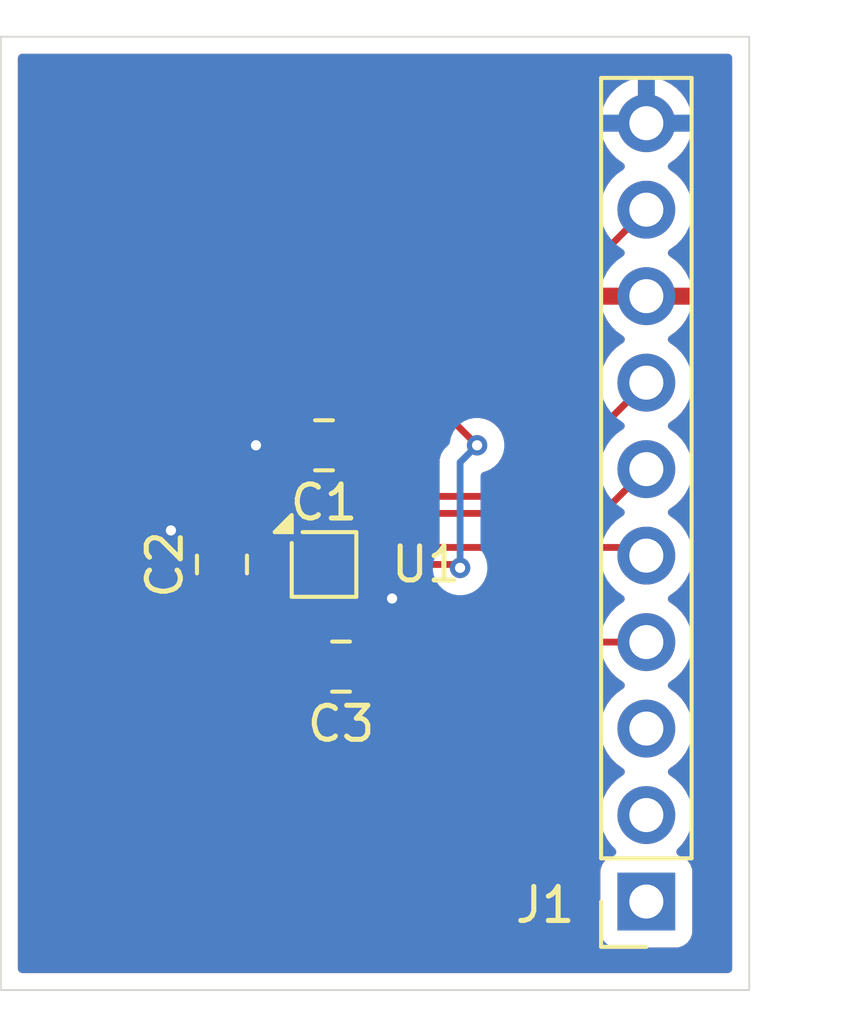
<source format=kicad_pcb>
(kicad_pcb (version 20241229) (generator "pcbnew") (generator_version "9.0")
  (layers (0 "F.Cu" signal) (2 "B.Cu" signal) (13 "F.Paste" user) (15 "B.Paste" user) (5 "F.SilkS" user "F.Silkscreen") (7 "B.SilkS" user "B.Silkscreen") (1 "F.Mask" user) (3 "B.Mask" user) (25 "Edge.Cuts" user))
  (net 0 "")
  (net 1 "GND")
  (net 2 "VDDIO")
  (net 3 "VDD")
  (net 4 "Net-(J1-Pin_4)")
  (net 5 "CRST")
  (net 8 "SDA")
  (net 9 "SCK")
  (net 11 "INT")
  (footprint "Connector_PinSocket_2.54mm:PinSocket_1x10_P2.54mm_Vertical" (layer "F.Cu") (at 127.475 98.9 180)
    (property "Reference" "J1" (at 2.975 -0.1 0) (layer "F.SilkS"))
    (property "Value" "Conn_01x10_Pin")
    (fp_line (start 1.33 1.27) (end 1.33 24.19) (stroke (width 0.12)) (layer "F.SilkS"))
    (fp_line (start 1.33 -1.33) (end 1.33 0) (stroke (width 0.12)) (layer "F.SilkS"))
    (fp_line (start 0 -1.33) (end 1.33 -1.33) (stroke (width 0.12)) (layer "F.SilkS"))
    (fp_line (start -1.33 24.19) (end 1.33 24.19) (stroke (width 0.12)) (layer "F.SilkS"))
    (fp_line (start -1.33 1.27) (end 1.33 1.27) (stroke (width 0.12)) (layer "F.SilkS"))
    (fp_line (start -1.33 1.27) (end -1.33 24.19) (stroke (width 0.12)) (layer "F.SilkS"))
    (pad "1" thru_hole rect (at 0 0 180) (size 1.7 1.7) (drill 1) (layers "*.Cu" "*.Mask"))
    (pad "2" thru_hole oval (at 0 2.54 180) (size 1.7 1.7) (drill 1) (layers "*.Cu" "*.Mask"))
    (pad "3" thru_hole oval (at 0 5.08 180) (size 1.7 1.7) (drill 1) (layers "*.Cu" "*.Mask"))
    (pad "4" thru_hole oval (at 0 7.62 180) (size 1.7 1.7) (drill 1) (layers "*.Cu" "*.Mask") (net 4 "Net-(J1-Pin_4)"))
    (pad "5" thru_hole oval (at 0 10.16 180) (size 1.7 1.7) (drill 1) (layers "*.Cu" "*.Mask") (net 9 "SCK"))
    (pad "6" thru_hole oval (at 0 12.7 180) (size 1.7 1.7) (drill 1) (layers "*.Cu" "*.Mask") (net 8 "SDA"))
    (pad "7" thru_hole oval (at 0 15.24 180) (size 1.7 1.7) (drill 1) (layers "*.Cu" "*.Mask") (net 11 "INT"))
    (pad "8" thru_hole oval (at 0 17.78 180) (size 1.7 1.7) (drill 1) (layers "*.Cu" "*.Mask") (net 3 "VDD"))
    (pad "9" thru_hole oval (at 0 20.32 180) (size 1.7 1.7) (drill 1) (layers "*.Cu" "*.Mask") (net 2 "VDDIO"))
    (pad "10" thru_hole oval (at 0 22.86 180) (size 1.7 1.7) (drill 1) (layers "*.Cu" "*.Mask") (net 1 "GND"))
  )
  (footprint "Capacitor_SMD:C_0805_2012Metric" (layer "F.Cu") (at 118 85.5 180)
    (property "Reference" "C1" (at 0 -1.68 180) (layer "F.SilkS"))
    (property "Value" "100nF")
    (fp_line (start -0.261252 0.735) (end 0.261252 0.735) (stroke (width 0.12)) (layer "F.SilkS"))
    (fp_line (start -0.261252 -0.735) (end 0.261252 -0.735) (stroke (width 0.12)) (layer "F.SilkS"))
    (pad "1" smd roundrect (at -0.95 0 180) (size 1 1.45) (layers "F.Cu" "F.Mask" "F.Paste") (net 2 "VDDIO"))
    (pad "2" smd roundrect (at 0.95 0 180) (size 1 1.45) (layers "F.Cu" "F.Mask" "F.Paste") (net 1 "GND"))
  )
  (footprint "Package_BGA:BGA-9_1.6x1.6mm_Layout3x3_P0.5mm" (layer "F.Cu") (at 118 89)
    (property "Reference" "U1" (at 3 0 0) (layer "F.SilkS"))
    (property "Value" "BMM350")
    (fp_line (start -0.95 -0.63) (end -0.95 0.95) (stroke (width 0.12)) (layer "F.SilkS"))
    (fp_line (start -0.95 0.95) (end 0.95 0.95) (stroke (width 0.12)) (layer "F.SilkS"))
    (fp_line (start 0.95 -0.95) (end -0.63 -0.95) (stroke (width 0.12)) (layer "F.SilkS"))
    (fp_line (start 0.95 0.95) (end 0.95 -0.95) (stroke (width 0.12)) (layer "F.SilkS"))
    (fp_poly (pts (xy -0.95 -0.95) (xy -1.45 -0.95) (xy -0.95 -1.45) (xy -0.95 -0.95)) (stroke (width 0.12)) (fill yes) (layer "F.SilkS"))
    (pad "A1" smd circle (at -0.5 -0.5) (size 0.25 0.25) (property pad_prop_bga) (layers "F.Cu" "F.Mask" "F.Paste") (net 11 "INT"))
    (pad "A2" smd circle (at 0 -0.5) (size 0.25 0.25) (property pad_prop_bga) (layers "F.Cu" "F.Mask" "F.Paste") (net 8 "SDA"))
    (pad "A3" smd circle (at 0.5 -0.5) (size 0.25 0.25) (property pad_prop_bga) (layers "F.Cu" "F.Mask" "F.Paste") (net 9 "SCK"))
    (pad "B1" smd circle (at -0.5 0) (size 0.25 0.25) (property pad_prop_bga) (layers "F.Cu" "F.Mask" "F.Paste") (net 1 "GND"))
    (pad "B2" smd circle (at 0 0) (size 0.25 0.25) (property pad_prop_bga) (layers "F.Cu" "F.Mask" "F.Paste") (net 1 "GND"))
    (pad "B3" smd circle (at 0.5 0) (size 0.25 0.25) (property pad_prop_bga) (layers "F.Cu" "F.Mask" "F.Paste") (net 2 "VDDIO"))
    (pad "C1" smd circle (at -0.5 0.5) (size 0.25 0.25) (property pad_prop_bga) (layers "F.Cu" "F.Mask" "F.Paste") (net 3 "VDD"))
    (pad "C2" smd circle (at 0 0.5) (size 0.25 0.25) (property pad_prop_bga) (layers "F.Cu" "F.Mask" "F.Paste") (net 5 "CRST"))
    (pad "C3" smd circle (at 0.5 0.5) (size 0.25 0.25) (property pad_prop_bga) (layers "F.Cu" "F.Mask" "F.Paste") (net 1 "GND"))
  )
  (footprint "Capacitor_SMD:C_0805_2012Metric" (layer "F.Cu") (at 115 89 90)
    (property "Reference" "C2" (at 0 -1.68 90) (layer "F.SilkS"))
    (property "Value" "100nF")
    (fp_line (start -0.261252 -0.735) (end 0.261252 -0.735) (stroke (width 0.12)) (layer "F.SilkS"))
    (fp_line (start -0.261252 0.735) (end 0.261252 0.735) (stroke (width 0.12)) (layer "F.SilkS"))
    (pad "1" smd roundrect (at -0.95 0 90) (size 1 1.45) (layers "F.Cu" "F.Mask" "F.Paste") (net 3 "VDD"))
    (pad "2" smd roundrect (at 0.95 0 90) (size 1 1.45) (layers "F.Cu" "F.Mask" "F.Paste") (net 1 "GND"))
  )
  (footprint "Capacitor_SMD:C_0805_2012Metric" (layer "F.Cu") (at 118.5 92 180)
    (property "Reference" "C3" (at 0 -1.68 180) (layer "F.SilkS"))
    (property "Value" "2.2uF")
    (fp_line (start -0.261252 0.735) (end 0.261252 0.735) (stroke (width 0.12)) (layer "F.SilkS"))
    (fp_line (start -0.261252 -0.735) (end 0.261252 -0.735) (stroke (width 0.12)) (layer "F.SilkS"))
    (pad "1" smd roundrect (at -0.95 0 180) (size 1 1.45) (layers "F.Cu" "F.Mask" "F.Paste") (net 4 "Net-(J1-Pin_4)"))
    (pad "2" smd roundrect (at 0.95 0 180) (size 1 1.45) (layers "F.Cu" "F.Mask" "F.Paste") (net 5 "CRST"))
  )
  (gr_rect (start 108.5 73.5) (end 130.5 101.5) (stroke (width 0.05)) (fill no) (layer "Edge.Cuts"))
  (segment (start 118.5 89.5) (end 119.5 89.5) (width 0.2) (layer "F.Cu") (net 1))
  (segment (start 115 88.225) (end 113.725 88.225) (width 0.2) (layer "F.Cu") (net 1))
  (segment (start 119.5 89.5) (end 120 90) (width 0.2) (layer "F.Cu") (net 1))
  (segment (start 117 89) (end 116.225 88.225) (width 0.2) (layer "F.Cu") (net 1))
  (segment (start 117.5 89) (end 117 89) (width 0.2) (layer "F.Cu") (net 1))
  (segment (start 118 89) (end 117.5 89) (width 0.2) (layer "F.Cu") (net 1))
  (segment (start 113.725 88.225) (end 113.5 88) (width 0.2) (layer "F.Cu") (net 1))
  (segment (start 116.225 88.225) (end 115 88.225) (width 0.2) (layer "F.Cu") (net 1))
  (segment (start 116.5 86) (end 116 85.5) (width 0.2) (layer "F.Cu") (net 1))
  (segment (start 117.225 86) (end 116.5 86) (width 0.2) (layer "F.Cu") (net 1))
  (via (at 120 90) (size 0.6) (drill 0.3) (layers "F.Cu" "B.Cu") (net 1))
  (via (at 113.5 88) (size 0.6) (drill 0.3) (layers "F.Cu" "B.Cu") (net 1))
  (via (at 116 85.5) (size 0.6) (drill 0.3) (layers "F.Cu" "B.Cu") (net 1))
  (segment (start 114 87.5) (end 114 87) (width 0.2) (layer "B.Cu") (net 1))
  (segment (start 120.5 90.5) (end 121 90.5) (width 0.2) (layer "B.Cu") (net 1))
  (segment (start 114 87) (end 113 86) (width 0.2) (layer "B.Cu") (net 1))
  (segment (start 116 85.5) (end 115.5 85) (width 0.2) (layer "B.Cu") (net 1))
  (segment (start 113.5 88) (end 114 87.5) (width 0.2) (layer "B.Cu") (net 1))
  (segment (start 113 86) (end 112.5 86) (width 0.2) (layer "B.Cu") (net 1))
  (segment (start 120 90) (end 120.5 90.5) (width 0.2) (layer "B.Cu") (net 1))
  (segment (start 115.5 85) (end 115.5 84.5) (width 0.2) (layer "B.Cu") (net 1))
  (segment (start 122.5 85.5) (end 121.7775 84.7775) (width 0.2) (layer "F.Cu") (net 2))
  (segment (start 118.775 86) (end 120.055 86) (width 0.2) (layer "F.Cu") (net 2))
  (segment (start 118.5 89) (end 121.9 89) (width 0.2) (layer "F.Cu") (net 2))
  (segment (start 121.9 89) (end 122 89.1) (width 0.2) (layer "F.Cu") (net 2))
  (segment (start 121.2775 84.7775) (end 127.475 78.58) (width 0.2) (layer "F.Cu") (net 2))
  (segment (start 120.055 86) (end 121.2775 84.7775) (width 0.2) (layer "F.Cu") (net 2))
  (segment (start 121.7775 84.7775) (end 121.2775 84.7775) (width 0.2) (layer "F.Cu") (net 2))
  (via (at 122.5 85.5) (size 0.6) (drill 0.3) (layers "F.Cu" "B.Cu") (net 2))
  (via (at 122 89.1) (size 0.6) (drill 0.3) (layers "F.Cu" "B.Cu") (net 2))
  (segment (start 122 89.1) (end 122 86) (width 0.2) (layer "B.Cu") (net 2))
  (segment (start 122 86) (end 122.5 85.5) (width 0.2) (layer "B.Cu") (net 2))
  (segment (start 117.5 89.5) (end 116.5 89.5) (width 0.2) (layer "F.Cu") (net 3))
  (segment (start 116.225 89.775) (end 116.5 89.5) (width 0.2) (layer "F.Cu") (net 3))
  (segment (start 115 89.775) (end 116.225 89.775) (width 0.2) (layer "F.Cu") (net 3))
  (segment (start 127.475 91.28) (end 119.2 91.28) (width 0.2) (layer "F.Cu") (net 4))
  (segment (start 119.2 91.28) (end 118.98 91.5) (width 0.2) (layer "F.Cu") (net 4))
  (segment (start 118 91.48) (end 118.02 91.5) (width 0.2) (layer "F.Cu") (net 5))
  (segment (start 118 89.5) (end 118 91.48) (width 0.2) (layer "F.Cu") (net 5))
  (segment (start 126.175 87.5) (end 118 87.5) (width 0.2) (layer "F.Cu") (net 8))
  (segment (start 118 87.5) (end 118 88.5) (width 0.2) (layer "F.Cu") (net 8))
  (segment (start 127.475 86.2) (end 126.175 87.5) (width 0.2) (layer "F.Cu") (net 8))
  (segment (start 127.475 88.74) (end 127.235 88.5) (width 0.2) (layer "F.Cu") (net 9))
  (segment (start 127.235 88.5) (end 118.5 88.5) (width 0.2) (layer "F.Cu") (net 9))
  (segment (start 117.5 87) (end 124.135 87) (width 0.2) (layer "F.Cu") (net 11))
  (segment (start 124.135 87) (end 127.475 83.66) (width 0.2) (layer "F.Cu") (net 11))
  (segment (start 117.5 88.5) (end 117.5 87) (width 0.2) (layer "F.Cu") (net 11))
  (zone (net 3) (net_name "VDD") (layer "F.Cu") (priority 1) (connect_pads (clearance 0.5)) (min_thickness 0.25) (fill yes (thermal_gap 0.5) (thermal_bridge_width 0.5))
    (polygon (pts (xy 108.5 73.5) (xy 130.5 73.5) (xy 130.5 102.5) (xy 108.5 102.5)))
  )
  (zone (net 1) (net_name "GND") (layer "B.Cu") (connect_pads (clearance 0.5)) (min_thickness 0.25) (fill yes (thermal_gap 0.5) (thermal_bridge_width 0.5))
    (polygon (pts (xy 108.5 73.5) (xy 130.5 73.5) (xy 130.5 102.5) (xy 108.5 102.5)))
  )
)
</source>
